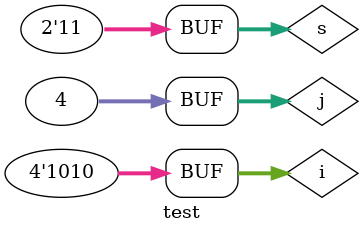
<source format=v>
`timescale 1ns/1ns
module test;

    reg [3:0]i;
    reg [1:0]s;
    wire y;

    integer j;

mux4x1 dut(i,s,y);

initial 
    begin
    for(j=0;j<4;j=j+1)
        begin
        i=4'b1010;
        s=j;
        #5;
        end
    end

initial 
$monitor($time,"i=%b, s=%0d,y=%b",i,s,y);

initial
    begin
    $dumpfile("mux4x1.vcd");
    $dumpvars(1);
    end

endmodule
</source>
